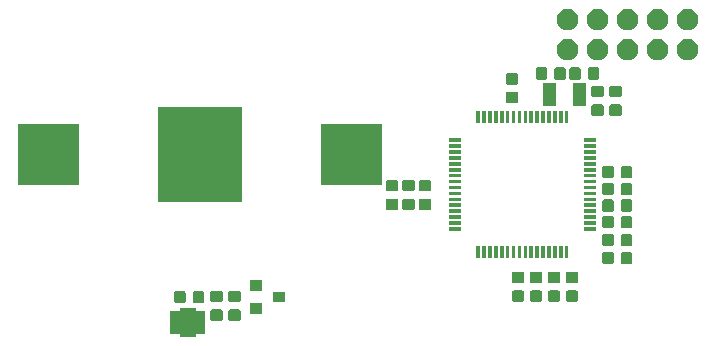
<source format=gbr>
G04 #@! TF.GenerationSoftware,KiCad,Pcbnew,5.0.2+dfsg1-1~bpo9+1*
G04 #@! TF.CreationDate,2019-04-13T12:23:51+03:00*
G04 #@! TF.ProjectId,kicad,6b696361-642e-46b6-9963-61645f706362,rev?*
G04 #@! TF.SameCoordinates,Original*
G04 #@! TF.FileFunction,Soldermask,Bot*
G04 #@! TF.FilePolarity,Negative*
%FSLAX46Y46*%
G04 Gerber Fmt 4.6, Leading zero omitted, Abs format (unit mm)*
G04 Created by KiCad (PCBNEW 5.0.2+dfsg1-1~bpo9+1) date Sat 13 Apr 2019 12:23:51 PM MSK*
%MOMM*%
%LPD*%
G01*
G04 APERTURE LIST*
%ADD10C,0.100000*%
G04 APERTURE END LIST*
D10*
G36*
X144907000Y-106807000D02*
X146685000Y-106807000D01*
X146685000Y-108077000D01*
X144907000Y-108077000D01*
X144907000Y-106807000D01*
G37*
G36*
X146484800Y-106401200D02*
X146486529Y-106418758D01*
X146491651Y-106435642D01*
X146499968Y-106451201D01*
X146511160Y-106464840D01*
X146524799Y-106476032D01*
X146540358Y-106484349D01*
X146557242Y-106489471D01*
X146574800Y-106491200D01*
X147274800Y-106491200D01*
X147274800Y-108392000D01*
X146574800Y-108392000D01*
X146557242Y-108393729D01*
X146540358Y-108398851D01*
X146524799Y-108407168D01*
X146511160Y-108418360D01*
X146499968Y-108431999D01*
X146491651Y-108447558D01*
X146486529Y-108464442D01*
X146484800Y-108482000D01*
X146484800Y-108682000D01*
X145084000Y-108682000D01*
X145084000Y-108482000D01*
X145082271Y-108464442D01*
X145077149Y-108447558D01*
X145068832Y-108431999D01*
X145057640Y-108418360D01*
X145044001Y-108407168D01*
X145028442Y-108398851D01*
X145011558Y-108393729D01*
X144994000Y-108392000D01*
X144294000Y-108392000D01*
X144294000Y-106922000D01*
X144924800Y-106922000D01*
X144924800Y-107961200D01*
X144926529Y-107978758D01*
X144931651Y-107995642D01*
X144939968Y-108011201D01*
X144951160Y-108024840D01*
X144964799Y-108036032D01*
X144980358Y-108044349D01*
X144997242Y-108049471D01*
X145014800Y-108051200D01*
X146554000Y-108051200D01*
X146571558Y-108049471D01*
X146588442Y-108044349D01*
X146604001Y-108036032D01*
X146617640Y-108024840D01*
X146628832Y-108011201D01*
X146637149Y-107995642D01*
X146642271Y-107978758D01*
X146644000Y-107961200D01*
X146644000Y-106922000D01*
X146642271Y-106904442D01*
X146637149Y-106887558D01*
X146628832Y-106871999D01*
X146617640Y-106858360D01*
X146604001Y-106847168D01*
X146588442Y-106838851D01*
X146571558Y-106833729D01*
X146554000Y-106832000D01*
X145014800Y-106832000D01*
X144997242Y-106833729D01*
X144980358Y-106838851D01*
X144964799Y-106847168D01*
X144951160Y-106858360D01*
X144939968Y-106871999D01*
X144931651Y-106887558D01*
X144926529Y-106904442D01*
X144924800Y-106922000D01*
X144294000Y-106922000D01*
X144294000Y-106491200D01*
X144994000Y-106491200D01*
X145011558Y-106489471D01*
X145028442Y-106484349D01*
X145044001Y-106476032D01*
X145057640Y-106464840D01*
X145068832Y-106451201D01*
X145077149Y-106435642D01*
X145082271Y-106418758D01*
X145084000Y-106401200D01*
X145084000Y-106201200D01*
X146484800Y-106201200D01*
X146484800Y-106401200D01*
X146484800Y-106401200D01*
G37*
G36*
X148574418Y-106322954D02*
X148611696Y-106334262D01*
X148646050Y-106352625D01*
X148676163Y-106377337D01*
X148700875Y-106407450D01*
X148719238Y-106441804D01*
X148730546Y-106479082D01*
X148734800Y-106522276D01*
X148734800Y-107091724D01*
X148730546Y-107134918D01*
X148719238Y-107172196D01*
X148700875Y-107206550D01*
X148676163Y-107236663D01*
X148646050Y-107261375D01*
X148611696Y-107279738D01*
X148574418Y-107291046D01*
X148531224Y-107295300D01*
X147886776Y-107295300D01*
X147843582Y-107291046D01*
X147806304Y-107279738D01*
X147771950Y-107261375D01*
X147741837Y-107236663D01*
X147717125Y-107206550D01*
X147698762Y-107172196D01*
X147687454Y-107134918D01*
X147683200Y-107091724D01*
X147683200Y-106522276D01*
X147687454Y-106479082D01*
X147698762Y-106441804D01*
X147717125Y-106407450D01*
X147741837Y-106377337D01*
X147771950Y-106352625D01*
X147806304Y-106334262D01*
X147843582Y-106322954D01*
X147886776Y-106318700D01*
X148531224Y-106318700D01*
X148574418Y-106322954D01*
X148574418Y-106322954D01*
G37*
G36*
X150098418Y-106322954D02*
X150135696Y-106334262D01*
X150170050Y-106352625D01*
X150200163Y-106377337D01*
X150224875Y-106407450D01*
X150243238Y-106441804D01*
X150254546Y-106479082D01*
X150258800Y-106522276D01*
X150258800Y-107091724D01*
X150254546Y-107134918D01*
X150243238Y-107172196D01*
X150224875Y-107206550D01*
X150200163Y-107236663D01*
X150170050Y-107261375D01*
X150135696Y-107279738D01*
X150098418Y-107291046D01*
X150055224Y-107295300D01*
X149410776Y-107295300D01*
X149367582Y-107291046D01*
X149330304Y-107279738D01*
X149295950Y-107261375D01*
X149265837Y-107236663D01*
X149241125Y-107206550D01*
X149222762Y-107172196D01*
X149211454Y-107134918D01*
X149207200Y-107091724D01*
X149207200Y-106522276D01*
X149211454Y-106479082D01*
X149222762Y-106441804D01*
X149241125Y-106407450D01*
X149265837Y-106377337D01*
X149295950Y-106352625D01*
X149330304Y-106334262D01*
X149367582Y-106322954D01*
X149410776Y-106318700D01*
X150055224Y-106318700D01*
X150098418Y-106322954D01*
X150098418Y-106322954D01*
G37*
G36*
X152027800Y-106683800D02*
X151026200Y-106683800D01*
X151026200Y-105782200D01*
X152027800Y-105782200D01*
X152027800Y-106683800D01*
X152027800Y-106683800D01*
G37*
G36*
X147012918Y-104761454D02*
X147050196Y-104772762D01*
X147084550Y-104791125D01*
X147114663Y-104815837D01*
X147139375Y-104845950D01*
X147157738Y-104880304D01*
X147169046Y-104917582D01*
X147173300Y-104960776D01*
X147173300Y-105605224D01*
X147169046Y-105648418D01*
X147157738Y-105685696D01*
X147139375Y-105720050D01*
X147114663Y-105750163D01*
X147084550Y-105774875D01*
X147050196Y-105793238D01*
X147012918Y-105804546D01*
X146969724Y-105808800D01*
X146400276Y-105808800D01*
X146357082Y-105804546D01*
X146319804Y-105793238D01*
X146285450Y-105774875D01*
X146255337Y-105750163D01*
X146230625Y-105720050D01*
X146212262Y-105685696D01*
X146200954Y-105648418D01*
X146196700Y-105605224D01*
X146196700Y-104960776D01*
X146200954Y-104917582D01*
X146212262Y-104880304D01*
X146230625Y-104845950D01*
X146255337Y-104815837D01*
X146285450Y-104791125D01*
X146319804Y-104772762D01*
X146357082Y-104761454D01*
X146400276Y-104757200D01*
X146969724Y-104757200D01*
X147012918Y-104761454D01*
X147012918Y-104761454D01*
G37*
G36*
X145437918Y-104761454D02*
X145475196Y-104772762D01*
X145509550Y-104791125D01*
X145539663Y-104815837D01*
X145564375Y-104845950D01*
X145582738Y-104880304D01*
X145594046Y-104917582D01*
X145598300Y-104960776D01*
X145598300Y-105605224D01*
X145594046Y-105648418D01*
X145582738Y-105685696D01*
X145564375Y-105720050D01*
X145539663Y-105750163D01*
X145509550Y-105774875D01*
X145475196Y-105793238D01*
X145437918Y-105804546D01*
X145394724Y-105808800D01*
X144825276Y-105808800D01*
X144782082Y-105804546D01*
X144744804Y-105793238D01*
X144710450Y-105774875D01*
X144680337Y-105750163D01*
X144655625Y-105720050D01*
X144637262Y-105685696D01*
X144625954Y-105648418D01*
X144621700Y-105605224D01*
X144621700Y-104960776D01*
X144625954Y-104917582D01*
X144637262Y-104880304D01*
X144655625Y-104845950D01*
X144680337Y-104815837D01*
X144710450Y-104791125D01*
X144744804Y-104772762D01*
X144782082Y-104761454D01*
X144825276Y-104757200D01*
X145394724Y-104757200D01*
X145437918Y-104761454D01*
X145437918Y-104761454D01*
G37*
G36*
X154027800Y-105733800D02*
X153026200Y-105733800D01*
X153026200Y-104832200D01*
X154027800Y-104832200D01*
X154027800Y-105733800D01*
X154027800Y-105733800D01*
G37*
G36*
X150098418Y-104747954D02*
X150135696Y-104759262D01*
X150170050Y-104777625D01*
X150200163Y-104802337D01*
X150224875Y-104832450D01*
X150243238Y-104866804D01*
X150254546Y-104904082D01*
X150258800Y-104947276D01*
X150258800Y-105516724D01*
X150254546Y-105559918D01*
X150243238Y-105597196D01*
X150224875Y-105631550D01*
X150200163Y-105661663D01*
X150170050Y-105686375D01*
X150135696Y-105704738D01*
X150098418Y-105716046D01*
X150055224Y-105720300D01*
X149410776Y-105720300D01*
X149367582Y-105716046D01*
X149330304Y-105704738D01*
X149295950Y-105686375D01*
X149265837Y-105661663D01*
X149241125Y-105631550D01*
X149222762Y-105597196D01*
X149211454Y-105559918D01*
X149207200Y-105516724D01*
X149207200Y-104947276D01*
X149211454Y-104904082D01*
X149222762Y-104866804D01*
X149241125Y-104832450D01*
X149265837Y-104802337D01*
X149295950Y-104777625D01*
X149330304Y-104759262D01*
X149367582Y-104747954D01*
X149410776Y-104743700D01*
X150055224Y-104743700D01*
X150098418Y-104747954D01*
X150098418Y-104747954D01*
G37*
G36*
X148574418Y-104747954D02*
X148611696Y-104759262D01*
X148646050Y-104777625D01*
X148676163Y-104802337D01*
X148700875Y-104832450D01*
X148719238Y-104866804D01*
X148730546Y-104904082D01*
X148734800Y-104947276D01*
X148734800Y-105516724D01*
X148730546Y-105559918D01*
X148719238Y-105597196D01*
X148700875Y-105631550D01*
X148676163Y-105661663D01*
X148646050Y-105686375D01*
X148611696Y-105704738D01*
X148574418Y-105716046D01*
X148531224Y-105720300D01*
X147886776Y-105720300D01*
X147843582Y-105716046D01*
X147806304Y-105704738D01*
X147771950Y-105686375D01*
X147741837Y-105661663D01*
X147717125Y-105631550D01*
X147698762Y-105597196D01*
X147687454Y-105559918D01*
X147683200Y-105516724D01*
X147683200Y-104947276D01*
X147687454Y-104904082D01*
X147698762Y-104866804D01*
X147717125Y-104832450D01*
X147741837Y-104802337D01*
X147771950Y-104777625D01*
X147806304Y-104759262D01*
X147843582Y-104747954D01*
X147886776Y-104743700D01*
X148531224Y-104743700D01*
X148574418Y-104747954D01*
X148574418Y-104747954D01*
G37*
G36*
X174101418Y-104722954D02*
X174138696Y-104734262D01*
X174173050Y-104752625D01*
X174203163Y-104777337D01*
X174227875Y-104807450D01*
X174246238Y-104841804D01*
X174257546Y-104879082D01*
X174261800Y-104922276D01*
X174261800Y-105491724D01*
X174257546Y-105534918D01*
X174246238Y-105572196D01*
X174227875Y-105606550D01*
X174203163Y-105636663D01*
X174173050Y-105661375D01*
X174138696Y-105679738D01*
X174101418Y-105691046D01*
X174058224Y-105695300D01*
X173413776Y-105695300D01*
X173370582Y-105691046D01*
X173333304Y-105679738D01*
X173298950Y-105661375D01*
X173268837Y-105636663D01*
X173244125Y-105606550D01*
X173225762Y-105572196D01*
X173214454Y-105534918D01*
X173210200Y-105491724D01*
X173210200Y-104922276D01*
X173214454Y-104879082D01*
X173225762Y-104841804D01*
X173244125Y-104807450D01*
X173268837Y-104777337D01*
X173298950Y-104752625D01*
X173333304Y-104734262D01*
X173370582Y-104722954D01*
X173413776Y-104718700D01*
X174058224Y-104718700D01*
X174101418Y-104722954D01*
X174101418Y-104722954D01*
G37*
G36*
X175625418Y-104722954D02*
X175662696Y-104734262D01*
X175697050Y-104752625D01*
X175727163Y-104777337D01*
X175751875Y-104807450D01*
X175770238Y-104841804D01*
X175781546Y-104879082D01*
X175785800Y-104922276D01*
X175785800Y-105491724D01*
X175781546Y-105534918D01*
X175770238Y-105572196D01*
X175751875Y-105606550D01*
X175727163Y-105636663D01*
X175697050Y-105661375D01*
X175662696Y-105679738D01*
X175625418Y-105691046D01*
X175582224Y-105695300D01*
X174937776Y-105695300D01*
X174894582Y-105691046D01*
X174857304Y-105679738D01*
X174822950Y-105661375D01*
X174792837Y-105636663D01*
X174768125Y-105606550D01*
X174749762Y-105572196D01*
X174738454Y-105534918D01*
X174734200Y-105491724D01*
X174734200Y-104922276D01*
X174738454Y-104879082D01*
X174749762Y-104841804D01*
X174768125Y-104807450D01*
X174792837Y-104777337D01*
X174822950Y-104752625D01*
X174857304Y-104734262D01*
X174894582Y-104722954D01*
X174937776Y-104718700D01*
X175582224Y-104718700D01*
X175625418Y-104722954D01*
X175625418Y-104722954D01*
G37*
G36*
X177149418Y-104722954D02*
X177186696Y-104734262D01*
X177221050Y-104752625D01*
X177251163Y-104777337D01*
X177275875Y-104807450D01*
X177294238Y-104841804D01*
X177305546Y-104879082D01*
X177309800Y-104922276D01*
X177309800Y-105491724D01*
X177305546Y-105534918D01*
X177294238Y-105572196D01*
X177275875Y-105606550D01*
X177251163Y-105636663D01*
X177221050Y-105661375D01*
X177186696Y-105679738D01*
X177149418Y-105691046D01*
X177106224Y-105695300D01*
X176461776Y-105695300D01*
X176418582Y-105691046D01*
X176381304Y-105679738D01*
X176346950Y-105661375D01*
X176316837Y-105636663D01*
X176292125Y-105606550D01*
X176273762Y-105572196D01*
X176262454Y-105534918D01*
X176258200Y-105491724D01*
X176258200Y-104922276D01*
X176262454Y-104879082D01*
X176273762Y-104841804D01*
X176292125Y-104807450D01*
X176316837Y-104777337D01*
X176346950Y-104752625D01*
X176381304Y-104734262D01*
X176418582Y-104722954D01*
X176461776Y-104718700D01*
X177106224Y-104718700D01*
X177149418Y-104722954D01*
X177149418Y-104722954D01*
G37*
G36*
X178673418Y-104722954D02*
X178710696Y-104734262D01*
X178745050Y-104752625D01*
X178775163Y-104777337D01*
X178799875Y-104807450D01*
X178818238Y-104841804D01*
X178829546Y-104879082D01*
X178833800Y-104922276D01*
X178833800Y-105491724D01*
X178829546Y-105534918D01*
X178818238Y-105572196D01*
X178799875Y-105606550D01*
X178775163Y-105636663D01*
X178745050Y-105661375D01*
X178710696Y-105679738D01*
X178673418Y-105691046D01*
X178630224Y-105695300D01*
X177985776Y-105695300D01*
X177942582Y-105691046D01*
X177905304Y-105679738D01*
X177870950Y-105661375D01*
X177840837Y-105636663D01*
X177816125Y-105606550D01*
X177797762Y-105572196D01*
X177786454Y-105534918D01*
X177782200Y-105491724D01*
X177782200Y-104922276D01*
X177786454Y-104879082D01*
X177797762Y-104841804D01*
X177816125Y-104807450D01*
X177840837Y-104777337D01*
X177870950Y-104752625D01*
X177905304Y-104734262D01*
X177942582Y-104722954D01*
X177985776Y-104718700D01*
X178630224Y-104718700D01*
X178673418Y-104722954D01*
X178673418Y-104722954D01*
G37*
G36*
X152027800Y-104783800D02*
X151026200Y-104783800D01*
X151026200Y-103882200D01*
X152027800Y-103882200D01*
X152027800Y-104783800D01*
X152027800Y-104783800D01*
G37*
G36*
X178673418Y-103147954D02*
X178710696Y-103159262D01*
X178745050Y-103177625D01*
X178775163Y-103202337D01*
X178799875Y-103232450D01*
X178818238Y-103266804D01*
X178829546Y-103304082D01*
X178833800Y-103347276D01*
X178833800Y-103916724D01*
X178829546Y-103959918D01*
X178818238Y-103997196D01*
X178799875Y-104031550D01*
X178775163Y-104061663D01*
X178745050Y-104086375D01*
X178710696Y-104104738D01*
X178673418Y-104116046D01*
X178630224Y-104120300D01*
X177985776Y-104120300D01*
X177942582Y-104116046D01*
X177905304Y-104104738D01*
X177870950Y-104086375D01*
X177840837Y-104061663D01*
X177816125Y-104031550D01*
X177797762Y-103997196D01*
X177786454Y-103959918D01*
X177782200Y-103916724D01*
X177782200Y-103347276D01*
X177786454Y-103304082D01*
X177797762Y-103266804D01*
X177816125Y-103232450D01*
X177840837Y-103202337D01*
X177870950Y-103177625D01*
X177905304Y-103159262D01*
X177942582Y-103147954D01*
X177985776Y-103143700D01*
X178630224Y-103143700D01*
X178673418Y-103147954D01*
X178673418Y-103147954D01*
G37*
G36*
X177149418Y-103147954D02*
X177186696Y-103159262D01*
X177221050Y-103177625D01*
X177251163Y-103202337D01*
X177275875Y-103232450D01*
X177294238Y-103266804D01*
X177305546Y-103304082D01*
X177309800Y-103347276D01*
X177309800Y-103916724D01*
X177305546Y-103959918D01*
X177294238Y-103997196D01*
X177275875Y-104031550D01*
X177251163Y-104061663D01*
X177221050Y-104086375D01*
X177186696Y-104104738D01*
X177149418Y-104116046D01*
X177106224Y-104120300D01*
X176461776Y-104120300D01*
X176418582Y-104116046D01*
X176381304Y-104104738D01*
X176346950Y-104086375D01*
X176316837Y-104061663D01*
X176292125Y-104031550D01*
X176273762Y-103997196D01*
X176262454Y-103959918D01*
X176258200Y-103916724D01*
X176258200Y-103347276D01*
X176262454Y-103304082D01*
X176273762Y-103266804D01*
X176292125Y-103232450D01*
X176316837Y-103202337D01*
X176346950Y-103177625D01*
X176381304Y-103159262D01*
X176418582Y-103147954D01*
X176461776Y-103143700D01*
X177106224Y-103143700D01*
X177149418Y-103147954D01*
X177149418Y-103147954D01*
G37*
G36*
X175625418Y-103147954D02*
X175662696Y-103159262D01*
X175697050Y-103177625D01*
X175727163Y-103202337D01*
X175751875Y-103232450D01*
X175770238Y-103266804D01*
X175781546Y-103304082D01*
X175785800Y-103347276D01*
X175785800Y-103916724D01*
X175781546Y-103959918D01*
X175770238Y-103997196D01*
X175751875Y-104031550D01*
X175727163Y-104061663D01*
X175697050Y-104086375D01*
X175662696Y-104104738D01*
X175625418Y-104116046D01*
X175582224Y-104120300D01*
X174937776Y-104120300D01*
X174894582Y-104116046D01*
X174857304Y-104104738D01*
X174822950Y-104086375D01*
X174792837Y-104061663D01*
X174768125Y-104031550D01*
X174749762Y-103997196D01*
X174738454Y-103959918D01*
X174734200Y-103916724D01*
X174734200Y-103347276D01*
X174738454Y-103304082D01*
X174749762Y-103266804D01*
X174768125Y-103232450D01*
X174792837Y-103202337D01*
X174822950Y-103177625D01*
X174857304Y-103159262D01*
X174894582Y-103147954D01*
X174937776Y-103143700D01*
X175582224Y-103143700D01*
X175625418Y-103147954D01*
X175625418Y-103147954D01*
G37*
G36*
X174101418Y-103147954D02*
X174138696Y-103159262D01*
X174173050Y-103177625D01*
X174203163Y-103202337D01*
X174227875Y-103232450D01*
X174246238Y-103266804D01*
X174257546Y-103304082D01*
X174261800Y-103347276D01*
X174261800Y-103916724D01*
X174257546Y-103959918D01*
X174246238Y-103997196D01*
X174227875Y-104031550D01*
X174203163Y-104061663D01*
X174173050Y-104086375D01*
X174138696Y-104104738D01*
X174101418Y-104116046D01*
X174058224Y-104120300D01*
X173413776Y-104120300D01*
X173370582Y-104116046D01*
X173333304Y-104104738D01*
X173298950Y-104086375D01*
X173268837Y-104061663D01*
X173244125Y-104031550D01*
X173225762Y-103997196D01*
X173214454Y-103959918D01*
X173210200Y-103916724D01*
X173210200Y-103347276D01*
X173214454Y-103304082D01*
X173225762Y-103266804D01*
X173244125Y-103232450D01*
X173268837Y-103202337D01*
X173298950Y-103177625D01*
X173333304Y-103159262D01*
X173370582Y-103147954D01*
X173413776Y-103143700D01*
X174058224Y-103143700D01*
X174101418Y-103147954D01*
X174101418Y-103147954D01*
G37*
G36*
X181683918Y-101459454D02*
X181721196Y-101470762D01*
X181755550Y-101489125D01*
X181785663Y-101513837D01*
X181810375Y-101543950D01*
X181828738Y-101578304D01*
X181840046Y-101615582D01*
X181844300Y-101658776D01*
X181844300Y-102303224D01*
X181840046Y-102346418D01*
X181828738Y-102383696D01*
X181810375Y-102418050D01*
X181785663Y-102448163D01*
X181755550Y-102472875D01*
X181721196Y-102491238D01*
X181683918Y-102502546D01*
X181640724Y-102506800D01*
X181071276Y-102506800D01*
X181028082Y-102502546D01*
X180990804Y-102491238D01*
X180956450Y-102472875D01*
X180926337Y-102448163D01*
X180901625Y-102418050D01*
X180883262Y-102383696D01*
X180871954Y-102346418D01*
X180867700Y-102303224D01*
X180867700Y-101658776D01*
X180871954Y-101615582D01*
X180883262Y-101578304D01*
X180901625Y-101543950D01*
X180926337Y-101513837D01*
X180956450Y-101489125D01*
X180990804Y-101470762D01*
X181028082Y-101459454D01*
X181071276Y-101455200D01*
X181640724Y-101455200D01*
X181683918Y-101459454D01*
X181683918Y-101459454D01*
G37*
G36*
X183258918Y-101459454D02*
X183296196Y-101470762D01*
X183330550Y-101489125D01*
X183360663Y-101513837D01*
X183385375Y-101543950D01*
X183403738Y-101578304D01*
X183415046Y-101615582D01*
X183419300Y-101658776D01*
X183419300Y-102303224D01*
X183415046Y-102346418D01*
X183403738Y-102383696D01*
X183385375Y-102418050D01*
X183360663Y-102448163D01*
X183330550Y-102472875D01*
X183296196Y-102491238D01*
X183258918Y-102502546D01*
X183215724Y-102506800D01*
X182646276Y-102506800D01*
X182603082Y-102502546D01*
X182565804Y-102491238D01*
X182531450Y-102472875D01*
X182501337Y-102448163D01*
X182476625Y-102418050D01*
X182458262Y-102383696D01*
X182446954Y-102346418D01*
X182442700Y-102303224D01*
X182442700Y-101658776D01*
X182446954Y-101615582D01*
X182458262Y-101578304D01*
X182476625Y-101543950D01*
X182501337Y-101513837D01*
X182531450Y-101489125D01*
X182565804Y-101470762D01*
X182603082Y-101459454D01*
X182646276Y-101455200D01*
X183215724Y-101455200D01*
X183258918Y-101459454D01*
X183258918Y-101459454D01*
G37*
G36*
X173007480Y-101982960D02*
X172706680Y-101982960D01*
X172706680Y-100932160D01*
X173007480Y-100932160D01*
X173007480Y-101982960D01*
X173007480Y-101982960D01*
G37*
G36*
X175007480Y-101982960D02*
X174706680Y-101982960D01*
X174706680Y-100932160D01*
X175007480Y-100932160D01*
X175007480Y-101982960D01*
X175007480Y-101982960D01*
G37*
G36*
X174507480Y-101982960D02*
X174206680Y-101982960D01*
X174206680Y-100932160D01*
X174507480Y-100932160D01*
X174507480Y-101982960D01*
X174507480Y-101982960D01*
G37*
G36*
X174007480Y-101982960D02*
X173706680Y-101982960D01*
X173706680Y-100932160D01*
X174007480Y-100932160D01*
X174007480Y-101982960D01*
X174007480Y-101982960D01*
G37*
G36*
X173507480Y-101982960D02*
X173206680Y-101982960D01*
X173206680Y-100932160D01*
X173507480Y-100932160D01*
X173507480Y-101982960D01*
X173507480Y-101982960D01*
G37*
G36*
X172507480Y-101982960D02*
X172206680Y-101982960D01*
X172206680Y-100932160D01*
X172507480Y-100932160D01*
X172507480Y-101982960D01*
X172507480Y-101982960D01*
G37*
G36*
X172007480Y-101982960D02*
X171706680Y-101982960D01*
X171706680Y-100932160D01*
X172007480Y-100932160D01*
X172007480Y-101982960D01*
X172007480Y-101982960D01*
G37*
G36*
X171507480Y-101982960D02*
X171206680Y-101982960D01*
X171206680Y-100932160D01*
X171507480Y-100932160D01*
X171507480Y-101982960D01*
X171507480Y-101982960D01*
G37*
G36*
X176507480Y-101982960D02*
X176206680Y-101982960D01*
X176206680Y-100932160D01*
X176507480Y-100932160D01*
X176507480Y-101982960D01*
X176507480Y-101982960D01*
G37*
G36*
X176007480Y-101982960D02*
X175706680Y-101982960D01*
X175706680Y-100932160D01*
X176007480Y-100932160D01*
X176007480Y-101982960D01*
X176007480Y-101982960D01*
G37*
G36*
X175507480Y-101982960D02*
X175206680Y-101982960D01*
X175206680Y-100932160D01*
X175507480Y-100932160D01*
X175507480Y-101982960D01*
X175507480Y-101982960D01*
G37*
G36*
X178007480Y-101982960D02*
X177706680Y-101982960D01*
X177706680Y-100932160D01*
X178007480Y-100932160D01*
X178007480Y-101982960D01*
X178007480Y-101982960D01*
G37*
G36*
X177507480Y-101982960D02*
X177206680Y-101982960D01*
X177206680Y-100932160D01*
X177507480Y-100932160D01*
X177507480Y-101982960D01*
X177507480Y-101982960D01*
G37*
G36*
X177007480Y-101982960D02*
X176706680Y-101982960D01*
X176706680Y-100932160D01*
X177007480Y-100932160D01*
X177007480Y-101982960D01*
X177007480Y-101982960D01*
G37*
G36*
X170507480Y-101982960D02*
X170206680Y-101982960D01*
X170206680Y-100932160D01*
X170507480Y-100932160D01*
X170507480Y-101982960D01*
X170507480Y-101982960D01*
G37*
G36*
X171007480Y-101982960D02*
X170706680Y-101982960D01*
X170706680Y-100932160D01*
X171007480Y-100932160D01*
X171007480Y-101982960D01*
X171007480Y-101982960D01*
G37*
G36*
X183258918Y-99935454D02*
X183296196Y-99946762D01*
X183330550Y-99965125D01*
X183360663Y-99989837D01*
X183385375Y-100019950D01*
X183403738Y-100054304D01*
X183415046Y-100091582D01*
X183419300Y-100134776D01*
X183419300Y-100779224D01*
X183415046Y-100822418D01*
X183403738Y-100859696D01*
X183385375Y-100894050D01*
X183360663Y-100924163D01*
X183330550Y-100948875D01*
X183296196Y-100967238D01*
X183258918Y-100978546D01*
X183215724Y-100982800D01*
X182646276Y-100982800D01*
X182603082Y-100978546D01*
X182565804Y-100967238D01*
X182531450Y-100948875D01*
X182501337Y-100924163D01*
X182476625Y-100894050D01*
X182458262Y-100859696D01*
X182446954Y-100822418D01*
X182442700Y-100779224D01*
X182442700Y-100134776D01*
X182446954Y-100091582D01*
X182458262Y-100054304D01*
X182476625Y-100019950D01*
X182501337Y-99989837D01*
X182531450Y-99965125D01*
X182565804Y-99946762D01*
X182603082Y-99935454D01*
X182646276Y-99931200D01*
X183215724Y-99931200D01*
X183258918Y-99935454D01*
X183258918Y-99935454D01*
G37*
G36*
X181683918Y-99935454D02*
X181721196Y-99946762D01*
X181755550Y-99965125D01*
X181785663Y-99989837D01*
X181810375Y-100019950D01*
X181828738Y-100054304D01*
X181840046Y-100091582D01*
X181844300Y-100134776D01*
X181844300Y-100779224D01*
X181840046Y-100822418D01*
X181828738Y-100859696D01*
X181810375Y-100894050D01*
X181785663Y-100924163D01*
X181755550Y-100948875D01*
X181721196Y-100967238D01*
X181683918Y-100978546D01*
X181640724Y-100982800D01*
X181071276Y-100982800D01*
X181028082Y-100978546D01*
X180990804Y-100967238D01*
X180956450Y-100948875D01*
X180926337Y-100924163D01*
X180901625Y-100894050D01*
X180883262Y-100859696D01*
X180871954Y-100822418D01*
X180867700Y-100779224D01*
X180867700Y-100134776D01*
X180871954Y-100091582D01*
X180883262Y-100054304D01*
X180901625Y-100019950D01*
X180926337Y-99989837D01*
X180956450Y-99965125D01*
X180990804Y-99946762D01*
X181028082Y-99935454D01*
X181071276Y-99931200D01*
X181640724Y-99931200D01*
X181683918Y-99935454D01*
X181683918Y-99935454D01*
G37*
G36*
X180332480Y-99657960D02*
X179281680Y-99657960D01*
X179281680Y-99357160D01*
X180332480Y-99357160D01*
X180332480Y-99657960D01*
X180332480Y-99657960D01*
G37*
G36*
X168932480Y-99657960D02*
X167881680Y-99657960D01*
X167881680Y-99357160D01*
X168932480Y-99357160D01*
X168932480Y-99657960D01*
X168932480Y-99657960D01*
G37*
G36*
X183258918Y-98411454D02*
X183296196Y-98422762D01*
X183330550Y-98441125D01*
X183360663Y-98465837D01*
X183385375Y-98495950D01*
X183403738Y-98530304D01*
X183415046Y-98567582D01*
X183419300Y-98610776D01*
X183419300Y-99255224D01*
X183415046Y-99298418D01*
X183403738Y-99335696D01*
X183385375Y-99370050D01*
X183360663Y-99400163D01*
X183330550Y-99424875D01*
X183296196Y-99443238D01*
X183258918Y-99454546D01*
X183215724Y-99458800D01*
X182646276Y-99458800D01*
X182603082Y-99454546D01*
X182565804Y-99443238D01*
X182531450Y-99424875D01*
X182501337Y-99400163D01*
X182476625Y-99370050D01*
X182458262Y-99335696D01*
X182446954Y-99298418D01*
X182442700Y-99255224D01*
X182442700Y-98610776D01*
X182446954Y-98567582D01*
X182458262Y-98530304D01*
X182476625Y-98495950D01*
X182501337Y-98465837D01*
X182531450Y-98441125D01*
X182565804Y-98422762D01*
X182603082Y-98411454D01*
X182646276Y-98407200D01*
X183215724Y-98407200D01*
X183258918Y-98411454D01*
X183258918Y-98411454D01*
G37*
G36*
X181683918Y-98411454D02*
X181721196Y-98422762D01*
X181755550Y-98441125D01*
X181785663Y-98465837D01*
X181810375Y-98495950D01*
X181828738Y-98530304D01*
X181840046Y-98567582D01*
X181844300Y-98610776D01*
X181844300Y-99255224D01*
X181840046Y-99298418D01*
X181828738Y-99335696D01*
X181810375Y-99370050D01*
X181785663Y-99400163D01*
X181755550Y-99424875D01*
X181721196Y-99443238D01*
X181683918Y-99454546D01*
X181640724Y-99458800D01*
X181071276Y-99458800D01*
X181028082Y-99454546D01*
X180990804Y-99443238D01*
X180956450Y-99424875D01*
X180926337Y-99400163D01*
X180901625Y-99370050D01*
X180883262Y-99335696D01*
X180871954Y-99298418D01*
X180867700Y-99255224D01*
X180867700Y-98610776D01*
X180871954Y-98567582D01*
X180883262Y-98530304D01*
X180901625Y-98495950D01*
X180926337Y-98465837D01*
X180956450Y-98441125D01*
X180990804Y-98422762D01*
X181028082Y-98411454D01*
X181071276Y-98407200D01*
X181640724Y-98407200D01*
X181683918Y-98411454D01*
X181683918Y-98411454D01*
G37*
G36*
X180332480Y-99157960D02*
X179281680Y-99157960D01*
X179281680Y-98857160D01*
X180332480Y-98857160D01*
X180332480Y-99157960D01*
X180332480Y-99157960D01*
G37*
G36*
X168932480Y-99157960D02*
X167881680Y-99157960D01*
X167881680Y-98857160D01*
X168932480Y-98857160D01*
X168932480Y-99157960D01*
X168932480Y-99157960D01*
G37*
G36*
X168932480Y-98657960D02*
X167881680Y-98657960D01*
X167881680Y-98357160D01*
X168932480Y-98357160D01*
X168932480Y-98657960D01*
X168932480Y-98657960D01*
G37*
G36*
X180332480Y-98657960D02*
X179281680Y-98657960D01*
X179281680Y-98357160D01*
X180332480Y-98357160D01*
X180332480Y-98657960D01*
X180332480Y-98657960D01*
G37*
G36*
X168932480Y-98157960D02*
X167881680Y-98157960D01*
X167881680Y-97857160D01*
X168932480Y-97857160D01*
X168932480Y-98157960D01*
X168932480Y-98157960D01*
G37*
G36*
X180332480Y-98157960D02*
X179281680Y-98157960D01*
X179281680Y-97857160D01*
X180332480Y-97857160D01*
X180332480Y-98157960D01*
X180332480Y-98157960D01*
G37*
G36*
X181683918Y-97014454D02*
X181721196Y-97025762D01*
X181755550Y-97044125D01*
X181785663Y-97068837D01*
X181810375Y-97098950D01*
X181828738Y-97133304D01*
X181840046Y-97170582D01*
X181844300Y-97213776D01*
X181844300Y-97858224D01*
X181840046Y-97901418D01*
X181828738Y-97938696D01*
X181810375Y-97973050D01*
X181785663Y-98003163D01*
X181755550Y-98027875D01*
X181721196Y-98046238D01*
X181683918Y-98057546D01*
X181640724Y-98061800D01*
X181071276Y-98061800D01*
X181028082Y-98057546D01*
X180990804Y-98046238D01*
X180956450Y-98027875D01*
X180926337Y-98003163D01*
X180901625Y-97973050D01*
X180883262Y-97938696D01*
X180871954Y-97901418D01*
X180867700Y-97858224D01*
X180867700Y-97213776D01*
X180871954Y-97170582D01*
X180883262Y-97133304D01*
X180901625Y-97098950D01*
X180926337Y-97068837D01*
X180956450Y-97044125D01*
X180990804Y-97025762D01*
X181028082Y-97014454D01*
X181071276Y-97010200D01*
X181640724Y-97010200D01*
X181683918Y-97014454D01*
X181683918Y-97014454D01*
G37*
G36*
X183258918Y-97014454D02*
X183296196Y-97025762D01*
X183330550Y-97044125D01*
X183360663Y-97068837D01*
X183385375Y-97098950D01*
X183403738Y-97133304D01*
X183415046Y-97170582D01*
X183419300Y-97213776D01*
X183419300Y-97858224D01*
X183415046Y-97901418D01*
X183403738Y-97938696D01*
X183385375Y-97973050D01*
X183360663Y-98003163D01*
X183330550Y-98027875D01*
X183296196Y-98046238D01*
X183258918Y-98057546D01*
X183215724Y-98061800D01*
X182646276Y-98061800D01*
X182603082Y-98057546D01*
X182565804Y-98046238D01*
X182531450Y-98027875D01*
X182501337Y-98003163D01*
X182476625Y-97973050D01*
X182458262Y-97938696D01*
X182446954Y-97901418D01*
X182442700Y-97858224D01*
X182442700Y-97213776D01*
X182446954Y-97170582D01*
X182458262Y-97133304D01*
X182476625Y-97098950D01*
X182501337Y-97068837D01*
X182531450Y-97044125D01*
X182565804Y-97025762D01*
X182603082Y-97014454D01*
X182646276Y-97010200D01*
X183215724Y-97010200D01*
X183258918Y-97014454D01*
X183258918Y-97014454D01*
G37*
G36*
X163433418Y-96950454D02*
X163470696Y-96961762D01*
X163505050Y-96980125D01*
X163535163Y-97004837D01*
X163559875Y-97034950D01*
X163578238Y-97069304D01*
X163589546Y-97106582D01*
X163593800Y-97149776D01*
X163593800Y-97719224D01*
X163589546Y-97762418D01*
X163578238Y-97799696D01*
X163559875Y-97834050D01*
X163535163Y-97864163D01*
X163505050Y-97888875D01*
X163470696Y-97907238D01*
X163433418Y-97918546D01*
X163390224Y-97922800D01*
X162745776Y-97922800D01*
X162702582Y-97918546D01*
X162665304Y-97907238D01*
X162630950Y-97888875D01*
X162600837Y-97864163D01*
X162576125Y-97834050D01*
X162557762Y-97799696D01*
X162546454Y-97762418D01*
X162542200Y-97719224D01*
X162542200Y-97149776D01*
X162546454Y-97106582D01*
X162557762Y-97069304D01*
X162576125Y-97034950D01*
X162600837Y-97004837D01*
X162630950Y-96980125D01*
X162665304Y-96961762D01*
X162702582Y-96950454D01*
X162745776Y-96946200D01*
X163390224Y-96946200D01*
X163433418Y-96950454D01*
X163433418Y-96950454D01*
G37*
G36*
X164830418Y-96950454D02*
X164867696Y-96961762D01*
X164902050Y-96980125D01*
X164932163Y-97004837D01*
X164956875Y-97034950D01*
X164975238Y-97069304D01*
X164986546Y-97106582D01*
X164990800Y-97149776D01*
X164990800Y-97719224D01*
X164986546Y-97762418D01*
X164975238Y-97799696D01*
X164956875Y-97834050D01*
X164932163Y-97864163D01*
X164902050Y-97888875D01*
X164867696Y-97907238D01*
X164830418Y-97918546D01*
X164787224Y-97922800D01*
X164142776Y-97922800D01*
X164099582Y-97918546D01*
X164062304Y-97907238D01*
X164027950Y-97888875D01*
X163997837Y-97864163D01*
X163973125Y-97834050D01*
X163954762Y-97799696D01*
X163943454Y-97762418D01*
X163939200Y-97719224D01*
X163939200Y-97149776D01*
X163943454Y-97106582D01*
X163954762Y-97069304D01*
X163973125Y-97034950D01*
X163997837Y-97004837D01*
X164027950Y-96980125D01*
X164062304Y-96961762D01*
X164099582Y-96950454D01*
X164142776Y-96946200D01*
X164787224Y-96946200D01*
X164830418Y-96950454D01*
X164830418Y-96950454D01*
G37*
G36*
X166227418Y-96950454D02*
X166264696Y-96961762D01*
X166299050Y-96980125D01*
X166329163Y-97004837D01*
X166353875Y-97034950D01*
X166372238Y-97069304D01*
X166383546Y-97106582D01*
X166387800Y-97149776D01*
X166387800Y-97719224D01*
X166383546Y-97762418D01*
X166372238Y-97799696D01*
X166353875Y-97834050D01*
X166329163Y-97864163D01*
X166299050Y-97888875D01*
X166264696Y-97907238D01*
X166227418Y-97918546D01*
X166184224Y-97922800D01*
X165539776Y-97922800D01*
X165496582Y-97918546D01*
X165459304Y-97907238D01*
X165424950Y-97888875D01*
X165394837Y-97864163D01*
X165370125Y-97834050D01*
X165351762Y-97799696D01*
X165340454Y-97762418D01*
X165336200Y-97719224D01*
X165336200Y-97149776D01*
X165340454Y-97106582D01*
X165351762Y-97069304D01*
X165370125Y-97034950D01*
X165394837Y-97004837D01*
X165424950Y-96980125D01*
X165459304Y-96961762D01*
X165496582Y-96950454D01*
X165539776Y-96946200D01*
X166184224Y-96946200D01*
X166227418Y-96950454D01*
X166227418Y-96950454D01*
G37*
G36*
X168932480Y-97657960D02*
X167881680Y-97657960D01*
X167881680Y-97357160D01*
X168932480Y-97357160D01*
X168932480Y-97657960D01*
X168932480Y-97657960D01*
G37*
G36*
X180332480Y-97657960D02*
X179281680Y-97657960D01*
X179281680Y-97357160D01*
X180332480Y-97357160D01*
X180332480Y-97657960D01*
X180332480Y-97657960D01*
G37*
G36*
X150362800Y-97268800D02*
X143261200Y-97268800D01*
X143261200Y-89167200D01*
X150362800Y-89167200D01*
X150362800Y-97268800D01*
X150362800Y-97268800D01*
G37*
G36*
X180332480Y-97157960D02*
X179281680Y-97157960D01*
X179281680Y-96857160D01*
X180332480Y-96857160D01*
X180332480Y-97157960D01*
X180332480Y-97157960D01*
G37*
G36*
X168932480Y-97157960D02*
X167881680Y-97157960D01*
X167881680Y-96857160D01*
X168932480Y-96857160D01*
X168932480Y-97157960D01*
X168932480Y-97157960D01*
G37*
G36*
X183258918Y-95617454D02*
X183296196Y-95628762D01*
X183330550Y-95647125D01*
X183360663Y-95671837D01*
X183385375Y-95701950D01*
X183403738Y-95736304D01*
X183415046Y-95773582D01*
X183419300Y-95816776D01*
X183419300Y-96461224D01*
X183415046Y-96504418D01*
X183403738Y-96541696D01*
X183385375Y-96576050D01*
X183360663Y-96606163D01*
X183330550Y-96630875D01*
X183296196Y-96649238D01*
X183258918Y-96660546D01*
X183215724Y-96664800D01*
X182646276Y-96664800D01*
X182603082Y-96660546D01*
X182565804Y-96649238D01*
X182531450Y-96630875D01*
X182501337Y-96606163D01*
X182476625Y-96576050D01*
X182458262Y-96541696D01*
X182446954Y-96504418D01*
X182442700Y-96461224D01*
X182442700Y-95816776D01*
X182446954Y-95773582D01*
X182458262Y-95736304D01*
X182476625Y-95701950D01*
X182501337Y-95671837D01*
X182531450Y-95647125D01*
X182565804Y-95628762D01*
X182603082Y-95617454D01*
X182646276Y-95613200D01*
X183215724Y-95613200D01*
X183258918Y-95617454D01*
X183258918Y-95617454D01*
G37*
G36*
X181683918Y-95617454D02*
X181721196Y-95628762D01*
X181755550Y-95647125D01*
X181785663Y-95671837D01*
X181810375Y-95701950D01*
X181828738Y-95736304D01*
X181840046Y-95773582D01*
X181844300Y-95816776D01*
X181844300Y-96461224D01*
X181840046Y-96504418D01*
X181828738Y-96541696D01*
X181810375Y-96576050D01*
X181785663Y-96606163D01*
X181755550Y-96630875D01*
X181721196Y-96649238D01*
X181683918Y-96660546D01*
X181640724Y-96664800D01*
X181071276Y-96664800D01*
X181028082Y-96660546D01*
X180990804Y-96649238D01*
X180956450Y-96630875D01*
X180926337Y-96606163D01*
X180901625Y-96576050D01*
X180883262Y-96541696D01*
X180871954Y-96504418D01*
X180867700Y-96461224D01*
X180867700Y-95816776D01*
X180871954Y-95773582D01*
X180883262Y-95736304D01*
X180901625Y-95701950D01*
X180926337Y-95671837D01*
X180956450Y-95647125D01*
X180990804Y-95628762D01*
X181028082Y-95617454D01*
X181071276Y-95613200D01*
X181640724Y-95613200D01*
X181683918Y-95617454D01*
X181683918Y-95617454D01*
G37*
G36*
X180332480Y-96657960D02*
X179281680Y-96657960D01*
X179281680Y-96357160D01*
X180332480Y-96357160D01*
X180332480Y-96657960D01*
X180332480Y-96657960D01*
G37*
G36*
X168932480Y-96657960D02*
X167881680Y-96657960D01*
X167881680Y-96357160D01*
X168932480Y-96357160D01*
X168932480Y-96657960D01*
X168932480Y-96657960D01*
G37*
G36*
X163433418Y-95375454D02*
X163470696Y-95386762D01*
X163505050Y-95405125D01*
X163535163Y-95429837D01*
X163559875Y-95459950D01*
X163578238Y-95494304D01*
X163589546Y-95531582D01*
X163593800Y-95574776D01*
X163593800Y-96144224D01*
X163589546Y-96187418D01*
X163578238Y-96224696D01*
X163559875Y-96259050D01*
X163535163Y-96289163D01*
X163505050Y-96313875D01*
X163470696Y-96332238D01*
X163433418Y-96343546D01*
X163390224Y-96347800D01*
X162745776Y-96347800D01*
X162702582Y-96343546D01*
X162665304Y-96332238D01*
X162630950Y-96313875D01*
X162600837Y-96289163D01*
X162576125Y-96259050D01*
X162557762Y-96224696D01*
X162546454Y-96187418D01*
X162542200Y-96144224D01*
X162542200Y-95574776D01*
X162546454Y-95531582D01*
X162557762Y-95494304D01*
X162576125Y-95459950D01*
X162600837Y-95429837D01*
X162630950Y-95405125D01*
X162665304Y-95386762D01*
X162702582Y-95375454D01*
X162745776Y-95371200D01*
X163390224Y-95371200D01*
X163433418Y-95375454D01*
X163433418Y-95375454D01*
G37*
G36*
X166227418Y-95375454D02*
X166264696Y-95386762D01*
X166299050Y-95405125D01*
X166329163Y-95429837D01*
X166353875Y-95459950D01*
X166372238Y-95494304D01*
X166383546Y-95531582D01*
X166387800Y-95574776D01*
X166387800Y-96144224D01*
X166383546Y-96187418D01*
X166372238Y-96224696D01*
X166353875Y-96259050D01*
X166329163Y-96289163D01*
X166299050Y-96313875D01*
X166264696Y-96332238D01*
X166227418Y-96343546D01*
X166184224Y-96347800D01*
X165539776Y-96347800D01*
X165496582Y-96343546D01*
X165459304Y-96332238D01*
X165424950Y-96313875D01*
X165394837Y-96289163D01*
X165370125Y-96259050D01*
X165351762Y-96224696D01*
X165340454Y-96187418D01*
X165336200Y-96144224D01*
X165336200Y-95574776D01*
X165340454Y-95531582D01*
X165351762Y-95494304D01*
X165370125Y-95459950D01*
X165394837Y-95429837D01*
X165424950Y-95405125D01*
X165459304Y-95386762D01*
X165496582Y-95375454D01*
X165539776Y-95371200D01*
X166184224Y-95371200D01*
X166227418Y-95375454D01*
X166227418Y-95375454D01*
G37*
G36*
X164830418Y-95375454D02*
X164867696Y-95386762D01*
X164902050Y-95405125D01*
X164932163Y-95429837D01*
X164956875Y-95459950D01*
X164975238Y-95494304D01*
X164986546Y-95531582D01*
X164990800Y-95574776D01*
X164990800Y-96144224D01*
X164986546Y-96187418D01*
X164975238Y-96224696D01*
X164956875Y-96259050D01*
X164932163Y-96289163D01*
X164902050Y-96313875D01*
X164867696Y-96332238D01*
X164830418Y-96343546D01*
X164787224Y-96347800D01*
X164142776Y-96347800D01*
X164099582Y-96343546D01*
X164062304Y-96332238D01*
X164027950Y-96313875D01*
X163997837Y-96289163D01*
X163973125Y-96259050D01*
X163954762Y-96224696D01*
X163943454Y-96187418D01*
X163939200Y-96144224D01*
X163939200Y-95574776D01*
X163943454Y-95531582D01*
X163954762Y-95494304D01*
X163973125Y-95459950D01*
X163997837Y-95429837D01*
X164027950Y-95405125D01*
X164062304Y-95386762D01*
X164099582Y-95375454D01*
X164142776Y-95371200D01*
X164787224Y-95371200D01*
X164830418Y-95375454D01*
X164830418Y-95375454D01*
G37*
G36*
X180332480Y-96157960D02*
X179281680Y-96157960D01*
X179281680Y-95857160D01*
X180332480Y-95857160D01*
X180332480Y-96157960D01*
X180332480Y-96157960D01*
G37*
G36*
X168932480Y-96157960D02*
X167881680Y-96157960D01*
X167881680Y-95857160D01*
X168932480Y-95857160D01*
X168932480Y-96157960D01*
X168932480Y-96157960D01*
G37*
G36*
X162252800Y-95808800D02*
X157071200Y-95808800D01*
X157071200Y-90627200D01*
X162252800Y-90627200D01*
X162252800Y-95808800D01*
X162252800Y-95808800D01*
G37*
G36*
X136552800Y-95808800D02*
X131371200Y-95808800D01*
X131371200Y-90627200D01*
X136552800Y-90627200D01*
X136552800Y-95808800D01*
X136552800Y-95808800D01*
G37*
G36*
X180332480Y-95657960D02*
X179281680Y-95657960D01*
X179281680Y-95357160D01*
X180332480Y-95357160D01*
X180332480Y-95657960D01*
X180332480Y-95657960D01*
G37*
G36*
X168932480Y-95657960D02*
X167881680Y-95657960D01*
X167881680Y-95357160D01*
X168932480Y-95357160D01*
X168932480Y-95657960D01*
X168932480Y-95657960D01*
G37*
G36*
X183258918Y-94182354D02*
X183296196Y-94193662D01*
X183330550Y-94212025D01*
X183360663Y-94236737D01*
X183385375Y-94266850D01*
X183403738Y-94301204D01*
X183415046Y-94338482D01*
X183419300Y-94381676D01*
X183419300Y-95026124D01*
X183415046Y-95069318D01*
X183403738Y-95106596D01*
X183385375Y-95140950D01*
X183360663Y-95171063D01*
X183330550Y-95195775D01*
X183296196Y-95214138D01*
X183258918Y-95225446D01*
X183215724Y-95229700D01*
X182646276Y-95229700D01*
X182603082Y-95225446D01*
X182565804Y-95214138D01*
X182531450Y-95195775D01*
X182501337Y-95171063D01*
X182476625Y-95140950D01*
X182458262Y-95106596D01*
X182446954Y-95069318D01*
X182442700Y-95026124D01*
X182442700Y-94381676D01*
X182446954Y-94338482D01*
X182458262Y-94301204D01*
X182476625Y-94266850D01*
X182501337Y-94236737D01*
X182531450Y-94212025D01*
X182565804Y-94193662D01*
X182603082Y-94182354D01*
X182646276Y-94178100D01*
X183215724Y-94178100D01*
X183258918Y-94182354D01*
X183258918Y-94182354D01*
G37*
G36*
X181683918Y-94182354D02*
X181721196Y-94193662D01*
X181755550Y-94212025D01*
X181785663Y-94236737D01*
X181810375Y-94266850D01*
X181828738Y-94301204D01*
X181840046Y-94338482D01*
X181844300Y-94381676D01*
X181844300Y-95026124D01*
X181840046Y-95069318D01*
X181828738Y-95106596D01*
X181810375Y-95140950D01*
X181785663Y-95171063D01*
X181755550Y-95195775D01*
X181721196Y-95214138D01*
X181683918Y-95225446D01*
X181640724Y-95229700D01*
X181071276Y-95229700D01*
X181028082Y-95225446D01*
X180990804Y-95214138D01*
X180956450Y-95195775D01*
X180926337Y-95171063D01*
X180901625Y-95140950D01*
X180883262Y-95106596D01*
X180871954Y-95069318D01*
X180867700Y-95026124D01*
X180867700Y-94381676D01*
X180871954Y-94338482D01*
X180883262Y-94301204D01*
X180901625Y-94266850D01*
X180926337Y-94236737D01*
X180956450Y-94212025D01*
X180990804Y-94193662D01*
X181028082Y-94182354D01*
X181071276Y-94178100D01*
X181640724Y-94178100D01*
X181683918Y-94182354D01*
X181683918Y-94182354D01*
G37*
G36*
X180332480Y-95157960D02*
X179281680Y-95157960D01*
X179281680Y-94857160D01*
X180332480Y-94857160D01*
X180332480Y-95157960D01*
X180332480Y-95157960D01*
G37*
G36*
X168932480Y-95157960D02*
X167881680Y-95157960D01*
X167881680Y-94857160D01*
X168932480Y-94857160D01*
X168932480Y-95157960D01*
X168932480Y-95157960D01*
G37*
G36*
X168932480Y-94657960D02*
X167881680Y-94657960D01*
X167881680Y-94357160D01*
X168932480Y-94357160D01*
X168932480Y-94657960D01*
X168932480Y-94657960D01*
G37*
G36*
X180332480Y-94657960D02*
X179281680Y-94657960D01*
X179281680Y-94357160D01*
X180332480Y-94357160D01*
X180332480Y-94657960D01*
X180332480Y-94657960D01*
G37*
G36*
X168932480Y-94157960D02*
X167881680Y-94157960D01*
X167881680Y-93857160D01*
X168932480Y-93857160D01*
X168932480Y-94157960D01*
X168932480Y-94157960D01*
G37*
G36*
X180332480Y-94157960D02*
X179281680Y-94157960D01*
X179281680Y-93857160D01*
X180332480Y-93857160D01*
X180332480Y-94157960D01*
X180332480Y-94157960D01*
G37*
G36*
X168932480Y-93657960D02*
X167881680Y-93657960D01*
X167881680Y-93357160D01*
X168932480Y-93357160D01*
X168932480Y-93657960D01*
X168932480Y-93657960D01*
G37*
G36*
X180332480Y-93657960D02*
X179281680Y-93657960D01*
X179281680Y-93357160D01*
X180332480Y-93357160D01*
X180332480Y-93657960D01*
X180332480Y-93657960D01*
G37*
G36*
X180332480Y-93157960D02*
X179281680Y-93157960D01*
X179281680Y-92857160D01*
X180332480Y-92857160D01*
X180332480Y-93157960D01*
X180332480Y-93157960D01*
G37*
G36*
X168932480Y-93157960D02*
X167881680Y-93157960D01*
X167881680Y-92857160D01*
X168932480Y-92857160D01*
X168932480Y-93157960D01*
X168932480Y-93157960D01*
G37*
G36*
X168932480Y-92657960D02*
X167881680Y-92657960D01*
X167881680Y-92357160D01*
X168932480Y-92357160D01*
X168932480Y-92657960D01*
X168932480Y-92657960D01*
G37*
G36*
X180332480Y-92657960D02*
X179281680Y-92657960D01*
X179281680Y-92357160D01*
X180332480Y-92357160D01*
X180332480Y-92657960D01*
X180332480Y-92657960D01*
G37*
G36*
X168932480Y-92157960D02*
X167881680Y-92157960D01*
X167881680Y-91857160D01*
X168932480Y-91857160D01*
X168932480Y-92157960D01*
X168932480Y-92157960D01*
G37*
G36*
X180332480Y-92157960D02*
X179281680Y-92157960D01*
X179281680Y-91857160D01*
X180332480Y-91857160D01*
X180332480Y-92157960D01*
X180332480Y-92157960D01*
G37*
G36*
X178007480Y-90582960D02*
X177706680Y-90582960D01*
X177706680Y-89532160D01*
X178007480Y-89532160D01*
X178007480Y-90582960D01*
X178007480Y-90582960D01*
G37*
G36*
X177007480Y-90582960D02*
X176706680Y-90582960D01*
X176706680Y-89532160D01*
X177007480Y-89532160D01*
X177007480Y-90582960D01*
X177007480Y-90582960D01*
G37*
G36*
X176507480Y-90582960D02*
X176206680Y-90582960D01*
X176206680Y-89532160D01*
X176507480Y-89532160D01*
X176507480Y-90582960D01*
X176507480Y-90582960D01*
G37*
G36*
X177507480Y-90582960D02*
X177206680Y-90582960D01*
X177206680Y-89532160D01*
X177507480Y-89532160D01*
X177507480Y-90582960D01*
X177507480Y-90582960D01*
G37*
G36*
X175507480Y-90582960D02*
X175206680Y-90582960D01*
X175206680Y-89532160D01*
X175507480Y-89532160D01*
X175507480Y-90582960D01*
X175507480Y-90582960D01*
G37*
G36*
X174507480Y-90582960D02*
X174206680Y-90582960D01*
X174206680Y-89532160D01*
X174507480Y-89532160D01*
X174507480Y-90582960D01*
X174507480Y-90582960D01*
G37*
G36*
X176007480Y-90582960D02*
X175706680Y-90582960D01*
X175706680Y-89532160D01*
X176007480Y-89532160D01*
X176007480Y-90582960D01*
X176007480Y-90582960D01*
G37*
G36*
X175007480Y-90582960D02*
X174706680Y-90582960D01*
X174706680Y-89532160D01*
X175007480Y-89532160D01*
X175007480Y-90582960D01*
X175007480Y-90582960D01*
G37*
G36*
X173007480Y-90582960D02*
X172706680Y-90582960D01*
X172706680Y-89532160D01*
X173007480Y-89532160D01*
X173007480Y-90582960D01*
X173007480Y-90582960D01*
G37*
G36*
X172507480Y-90582960D02*
X172206680Y-90582960D01*
X172206680Y-89532160D01*
X172507480Y-89532160D01*
X172507480Y-90582960D01*
X172507480Y-90582960D01*
G37*
G36*
X170507480Y-90582960D02*
X170206680Y-90582960D01*
X170206680Y-89532160D01*
X170507480Y-89532160D01*
X170507480Y-90582960D01*
X170507480Y-90582960D01*
G37*
G36*
X171007480Y-90582960D02*
X170706680Y-90582960D01*
X170706680Y-89532160D01*
X171007480Y-89532160D01*
X171007480Y-90582960D01*
X171007480Y-90582960D01*
G37*
G36*
X172007480Y-90582960D02*
X171706680Y-90582960D01*
X171706680Y-89532160D01*
X172007480Y-89532160D01*
X172007480Y-90582960D01*
X172007480Y-90582960D01*
G37*
G36*
X171507480Y-90582960D02*
X171206680Y-90582960D01*
X171206680Y-89532160D01*
X171507480Y-89532160D01*
X171507480Y-90582960D01*
X171507480Y-90582960D01*
G37*
G36*
X173507480Y-90582960D02*
X173206680Y-90582960D01*
X173206680Y-89532160D01*
X173507480Y-89532160D01*
X173507480Y-90582960D01*
X173507480Y-90582960D01*
G37*
G36*
X174007480Y-90582960D02*
X173706680Y-90582960D01*
X173706680Y-89532160D01*
X174007480Y-89532160D01*
X174007480Y-90582960D01*
X174007480Y-90582960D01*
G37*
G36*
X182356418Y-88974954D02*
X182393696Y-88986262D01*
X182428050Y-89004625D01*
X182458163Y-89029337D01*
X182482875Y-89059450D01*
X182501238Y-89093804D01*
X182512546Y-89131082D01*
X182516800Y-89174276D01*
X182516800Y-89743724D01*
X182512546Y-89786918D01*
X182501238Y-89824196D01*
X182482875Y-89858550D01*
X182458163Y-89888663D01*
X182428050Y-89913375D01*
X182393696Y-89931738D01*
X182356418Y-89943046D01*
X182313224Y-89947300D01*
X181668776Y-89947300D01*
X181625582Y-89943046D01*
X181588304Y-89931738D01*
X181553950Y-89913375D01*
X181523837Y-89888663D01*
X181499125Y-89858550D01*
X181480762Y-89824196D01*
X181469454Y-89786918D01*
X181465200Y-89743724D01*
X181465200Y-89174276D01*
X181469454Y-89131082D01*
X181480762Y-89093804D01*
X181499125Y-89059450D01*
X181523837Y-89029337D01*
X181553950Y-89004625D01*
X181588304Y-88986262D01*
X181625582Y-88974954D01*
X181668776Y-88970700D01*
X182313224Y-88970700D01*
X182356418Y-88974954D01*
X182356418Y-88974954D01*
G37*
G36*
X180832418Y-88974954D02*
X180869696Y-88986262D01*
X180904050Y-89004625D01*
X180934163Y-89029337D01*
X180958875Y-89059450D01*
X180977238Y-89093804D01*
X180988546Y-89131082D01*
X180992800Y-89174276D01*
X180992800Y-89743724D01*
X180988546Y-89786918D01*
X180977238Y-89824196D01*
X180958875Y-89858550D01*
X180934163Y-89888663D01*
X180904050Y-89913375D01*
X180869696Y-89931738D01*
X180832418Y-89943046D01*
X180789224Y-89947300D01*
X180144776Y-89947300D01*
X180101582Y-89943046D01*
X180064304Y-89931738D01*
X180029950Y-89913375D01*
X179999837Y-89888663D01*
X179975125Y-89858550D01*
X179956762Y-89824196D01*
X179945454Y-89786918D01*
X179941200Y-89743724D01*
X179941200Y-89174276D01*
X179945454Y-89131082D01*
X179956762Y-89093804D01*
X179975125Y-89059450D01*
X179999837Y-89029337D01*
X180029950Y-89004625D01*
X180064304Y-88986262D01*
X180101582Y-88974954D01*
X180144776Y-88970700D01*
X180789224Y-88970700D01*
X180832418Y-88974954D01*
X180832418Y-88974954D01*
G37*
G36*
X179473800Y-89088800D02*
X178372200Y-89088800D01*
X178372200Y-87187200D01*
X179473800Y-87187200D01*
X179473800Y-89088800D01*
X179473800Y-89088800D01*
G37*
G36*
X176973800Y-89088800D02*
X175872200Y-89088800D01*
X175872200Y-87187200D01*
X176973800Y-87187200D01*
X176973800Y-89088800D01*
X176973800Y-89088800D01*
G37*
G36*
X173593418Y-87907954D02*
X173630696Y-87919262D01*
X173665050Y-87937625D01*
X173695163Y-87962337D01*
X173719875Y-87992450D01*
X173738238Y-88026804D01*
X173749546Y-88064082D01*
X173753800Y-88107276D01*
X173753800Y-88676724D01*
X173749546Y-88719918D01*
X173738238Y-88757196D01*
X173719875Y-88791550D01*
X173695163Y-88821663D01*
X173665050Y-88846375D01*
X173630696Y-88864738D01*
X173593418Y-88876046D01*
X173550224Y-88880300D01*
X172905776Y-88880300D01*
X172862582Y-88876046D01*
X172825304Y-88864738D01*
X172790950Y-88846375D01*
X172760837Y-88821663D01*
X172736125Y-88791550D01*
X172717762Y-88757196D01*
X172706454Y-88719918D01*
X172702200Y-88676724D01*
X172702200Y-88107276D01*
X172706454Y-88064082D01*
X172717762Y-88026804D01*
X172736125Y-87992450D01*
X172760837Y-87962337D01*
X172790950Y-87937625D01*
X172825304Y-87919262D01*
X172862582Y-87907954D01*
X172905776Y-87903700D01*
X173550224Y-87903700D01*
X173593418Y-87907954D01*
X173593418Y-87907954D01*
G37*
G36*
X182356418Y-87399954D02*
X182393696Y-87411262D01*
X182428050Y-87429625D01*
X182458163Y-87454337D01*
X182482875Y-87484450D01*
X182501238Y-87518804D01*
X182512546Y-87556082D01*
X182516800Y-87599276D01*
X182516800Y-88168724D01*
X182512546Y-88211918D01*
X182501238Y-88249196D01*
X182482875Y-88283550D01*
X182458163Y-88313663D01*
X182428050Y-88338375D01*
X182393696Y-88356738D01*
X182356418Y-88368046D01*
X182313224Y-88372300D01*
X181668776Y-88372300D01*
X181625582Y-88368046D01*
X181588304Y-88356738D01*
X181553950Y-88338375D01*
X181523837Y-88313663D01*
X181499125Y-88283550D01*
X181480762Y-88249196D01*
X181469454Y-88211918D01*
X181465200Y-88168724D01*
X181465200Y-87599276D01*
X181469454Y-87556082D01*
X181480762Y-87518804D01*
X181499125Y-87484450D01*
X181523837Y-87454337D01*
X181553950Y-87429625D01*
X181588304Y-87411262D01*
X181625582Y-87399954D01*
X181668776Y-87395700D01*
X182313224Y-87395700D01*
X182356418Y-87399954D01*
X182356418Y-87399954D01*
G37*
G36*
X180832418Y-87399954D02*
X180869696Y-87411262D01*
X180904050Y-87429625D01*
X180934163Y-87454337D01*
X180958875Y-87484450D01*
X180977238Y-87518804D01*
X180988546Y-87556082D01*
X180992800Y-87599276D01*
X180992800Y-88168724D01*
X180988546Y-88211918D01*
X180977238Y-88249196D01*
X180958875Y-88283550D01*
X180934163Y-88313663D01*
X180904050Y-88338375D01*
X180869696Y-88356738D01*
X180832418Y-88368046D01*
X180789224Y-88372300D01*
X180144776Y-88372300D01*
X180101582Y-88368046D01*
X180064304Y-88356738D01*
X180029950Y-88338375D01*
X179999837Y-88313663D01*
X179975125Y-88283550D01*
X179956762Y-88249196D01*
X179945454Y-88211918D01*
X179941200Y-88168724D01*
X179941200Y-87599276D01*
X179945454Y-87556082D01*
X179956762Y-87518804D01*
X179975125Y-87484450D01*
X179999837Y-87454337D01*
X180029950Y-87429625D01*
X180064304Y-87411262D01*
X180101582Y-87399954D01*
X180144776Y-87395700D01*
X180789224Y-87395700D01*
X180832418Y-87399954D01*
X180832418Y-87399954D01*
G37*
G36*
X173593418Y-86332954D02*
X173630696Y-86344262D01*
X173665050Y-86362625D01*
X173695163Y-86387337D01*
X173719875Y-86417450D01*
X173738238Y-86451804D01*
X173749546Y-86489082D01*
X173753800Y-86532276D01*
X173753800Y-87101724D01*
X173749546Y-87144918D01*
X173738238Y-87182196D01*
X173719875Y-87216550D01*
X173695163Y-87246663D01*
X173665050Y-87271375D01*
X173630696Y-87289738D01*
X173593418Y-87301046D01*
X173550224Y-87305300D01*
X172905776Y-87305300D01*
X172862582Y-87301046D01*
X172825304Y-87289738D01*
X172790950Y-87271375D01*
X172760837Y-87246663D01*
X172736125Y-87216550D01*
X172717762Y-87182196D01*
X172706454Y-87144918D01*
X172702200Y-87101724D01*
X172702200Y-86532276D01*
X172706454Y-86489082D01*
X172717762Y-86451804D01*
X172736125Y-86417450D01*
X172760837Y-86387337D01*
X172790950Y-86362625D01*
X172825304Y-86344262D01*
X172862582Y-86332954D01*
X172905776Y-86328700D01*
X173550224Y-86328700D01*
X173593418Y-86332954D01*
X173593418Y-86332954D01*
G37*
G36*
X180464918Y-85838454D02*
X180502196Y-85849762D01*
X180536550Y-85868125D01*
X180566663Y-85892837D01*
X180591375Y-85922950D01*
X180609738Y-85957304D01*
X180621046Y-85994582D01*
X180625300Y-86037776D01*
X180625300Y-86682224D01*
X180621046Y-86725418D01*
X180609738Y-86762696D01*
X180591375Y-86797050D01*
X180566663Y-86827163D01*
X180536550Y-86851875D01*
X180502196Y-86870238D01*
X180464918Y-86881546D01*
X180421724Y-86885800D01*
X179852276Y-86885800D01*
X179809082Y-86881546D01*
X179771804Y-86870238D01*
X179737450Y-86851875D01*
X179707337Y-86827163D01*
X179682625Y-86797050D01*
X179664262Y-86762696D01*
X179652954Y-86725418D01*
X179648700Y-86682224D01*
X179648700Y-86037776D01*
X179652954Y-85994582D01*
X179664262Y-85957304D01*
X179682625Y-85922950D01*
X179707337Y-85892837D01*
X179737450Y-85868125D01*
X179771804Y-85849762D01*
X179809082Y-85838454D01*
X179852276Y-85834200D01*
X180421724Y-85834200D01*
X180464918Y-85838454D01*
X180464918Y-85838454D01*
G37*
G36*
X178889918Y-85838454D02*
X178927196Y-85849762D01*
X178961550Y-85868125D01*
X178991663Y-85892837D01*
X179016375Y-85922950D01*
X179034738Y-85957304D01*
X179046046Y-85994582D01*
X179050300Y-86037776D01*
X179050300Y-86682224D01*
X179046046Y-86725418D01*
X179034738Y-86762696D01*
X179016375Y-86797050D01*
X178991663Y-86827163D01*
X178961550Y-86851875D01*
X178927196Y-86870238D01*
X178889918Y-86881546D01*
X178846724Y-86885800D01*
X178277276Y-86885800D01*
X178234082Y-86881546D01*
X178196804Y-86870238D01*
X178162450Y-86851875D01*
X178132337Y-86827163D01*
X178107625Y-86797050D01*
X178089262Y-86762696D01*
X178077954Y-86725418D01*
X178073700Y-86682224D01*
X178073700Y-86037776D01*
X178077954Y-85994582D01*
X178089262Y-85957304D01*
X178107625Y-85922950D01*
X178132337Y-85892837D01*
X178162450Y-85868125D01*
X178196804Y-85849762D01*
X178234082Y-85838454D01*
X178277276Y-85834200D01*
X178846724Y-85834200D01*
X178889918Y-85838454D01*
X178889918Y-85838454D01*
G37*
G36*
X176044918Y-85838454D02*
X176082196Y-85849762D01*
X176116550Y-85868125D01*
X176146663Y-85892837D01*
X176171375Y-85922950D01*
X176189738Y-85957304D01*
X176201046Y-85994582D01*
X176205300Y-86037776D01*
X176205300Y-86682224D01*
X176201046Y-86725418D01*
X176189738Y-86762696D01*
X176171375Y-86797050D01*
X176146663Y-86827163D01*
X176116550Y-86851875D01*
X176082196Y-86870238D01*
X176044918Y-86881546D01*
X176001724Y-86885800D01*
X175432276Y-86885800D01*
X175389082Y-86881546D01*
X175351804Y-86870238D01*
X175317450Y-86851875D01*
X175287337Y-86827163D01*
X175262625Y-86797050D01*
X175244262Y-86762696D01*
X175232954Y-86725418D01*
X175228700Y-86682224D01*
X175228700Y-86037776D01*
X175232954Y-85994582D01*
X175244262Y-85957304D01*
X175262625Y-85922950D01*
X175287337Y-85892837D01*
X175317450Y-85868125D01*
X175351804Y-85849762D01*
X175389082Y-85838454D01*
X175432276Y-85834200D01*
X176001724Y-85834200D01*
X176044918Y-85838454D01*
X176044918Y-85838454D01*
G37*
G36*
X177619918Y-85838454D02*
X177657196Y-85849762D01*
X177691550Y-85868125D01*
X177721663Y-85892837D01*
X177746375Y-85922950D01*
X177764738Y-85957304D01*
X177776046Y-85994582D01*
X177780300Y-86037776D01*
X177780300Y-86682224D01*
X177776046Y-86725418D01*
X177764738Y-86762696D01*
X177746375Y-86797050D01*
X177721663Y-86827163D01*
X177691550Y-86851875D01*
X177657196Y-86870238D01*
X177619918Y-86881546D01*
X177576724Y-86885800D01*
X177007276Y-86885800D01*
X176964082Y-86881546D01*
X176926804Y-86870238D01*
X176892450Y-86851875D01*
X176862337Y-86827163D01*
X176837625Y-86797050D01*
X176819262Y-86762696D01*
X176807954Y-86725418D01*
X176803700Y-86682224D01*
X176803700Y-86037776D01*
X176807954Y-85994582D01*
X176819262Y-85957304D01*
X176837625Y-85922950D01*
X176862337Y-85892837D01*
X176892450Y-85868125D01*
X176926804Y-85849762D01*
X176964082Y-85838454D01*
X177007276Y-85834200D01*
X177576724Y-85834200D01*
X177619918Y-85838454D01*
X177619918Y-85838454D01*
G37*
G36*
X188349754Y-83461817D02*
X188349756Y-83461818D01*
X188349757Y-83461818D01*
X188513689Y-83529721D01*
X188661227Y-83628303D01*
X188786697Y-83753773D01*
X188885279Y-83901311D01*
X188953183Y-84065246D01*
X188987800Y-84239279D01*
X188987800Y-84416721D01*
X188953183Y-84590754D01*
X188885279Y-84754689D01*
X188786697Y-84902227D01*
X188661227Y-85027697D01*
X188661224Y-85027699D01*
X188661223Y-85027700D01*
X188513689Y-85126279D01*
X188349757Y-85194182D01*
X188349756Y-85194182D01*
X188349754Y-85194183D01*
X188175721Y-85228800D01*
X187998279Y-85228800D01*
X187824246Y-85194183D01*
X187824244Y-85194182D01*
X187824243Y-85194182D01*
X187660311Y-85126279D01*
X187512777Y-85027700D01*
X187512776Y-85027699D01*
X187512773Y-85027697D01*
X187387303Y-84902227D01*
X187288721Y-84754689D01*
X187220817Y-84590754D01*
X187186200Y-84416721D01*
X187186200Y-84239279D01*
X187220817Y-84065246D01*
X187288721Y-83901311D01*
X187387303Y-83753773D01*
X187512773Y-83628303D01*
X187660311Y-83529721D01*
X187824243Y-83461818D01*
X187824244Y-83461818D01*
X187824246Y-83461817D01*
X187998279Y-83427200D01*
X188175721Y-83427200D01*
X188349754Y-83461817D01*
X188349754Y-83461817D01*
G37*
G36*
X183269754Y-83461817D02*
X183269756Y-83461818D01*
X183269757Y-83461818D01*
X183433689Y-83529721D01*
X183581227Y-83628303D01*
X183706697Y-83753773D01*
X183805279Y-83901311D01*
X183873183Y-84065246D01*
X183907800Y-84239279D01*
X183907800Y-84416721D01*
X183873183Y-84590754D01*
X183805279Y-84754689D01*
X183706697Y-84902227D01*
X183581227Y-85027697D01*
X183581224Y-85027699D01*
X183581223Y-85027700D01*
X183433689Y-85126279D01*
X183269757Y-85194182D01*
X183269756Y-85194182D01*
X183269754Y-85194183D01*
X183095721Y-85228800D01*
X182918279Y-85228800D01*
X182744246Y-85194183D01*
X182744244Y-85194182D01*
X182744243Y-85194182D01*
X182580311Y-85126279D01*
X182432777Y-85027700D01*
X182432776Y-85027699D01*
X182432773Y-85027697D01*
X182307303Y-84902227D01*
X182208721Y-84754689D01*
X182140817Y-84590754D01*
X182106200Y-84416721D01*
X182106200Y-84239279D01*
X182140817Y-84065246D01*
X182208721Y-83901311D01*
X182307303Y-83753773D01*
X182432773Y-83628303D01*
X182580311Y-83529721D01*
X182744243Y-83461818D01*
X182744244Y-83461818D01*
X182744246Y-83461817D01*
X182918279Y-83427200D01*
X183095721Y-83427200D01*
X183269754Y-83461817D01*
X183269754Y-83461817D01*
G37*
G36*
X180729754Y-83461817D02*
X180729756Y-83461818D01*
X180729757Y-83461818D01*
X180893689Y-83529721D01*
X181041227Y-83628303D01*
X181166697Y-83753773D01*
X181265279Y-83901311D01*
X181333183Y-84065246D01*
X181367800Y-84239279D01*
X181367800Y-84416721D01*
X181333183Y-84590754D01*
X181265279Y-84754689D01*
X181166697Y-84902227D01*
X181041227Y-85027697D01*
X181041224Y-85027699D01*
X181041223Y-85027700D01*
X180893689Y-85126279D01*
X180729757Y-85194182D01*
X180729756Y-85194182D01*
X180729754Y-85194183D01*
X180555721Y-85228800D01*
X180378279Y-85228800D01*
X180204246Y-85194183D01*
X180204244Y-85194182D01*
X180204243Y-85194182D01*
X180040311Y-85126279D01*
X179892777Y-85027700D01*
X179892776Y-85027699D01*
X179892773Y-85027697D01*
X179767303Y-84902227D01*
X179668721Y-84754689D01*
X179600817Y-84590754D01*
X179566200Y-84416721D01*
X179566200Y-84239279D01*
X179600817Y-84065246D01*
X179668721Y-83901311D01*
X179767303Y-83753773D01*
X179892773Y-83628303D01*
X180040311Y-83529721D01*
X180204243Y-83461818D01*
X180204244Y-83461818D01*
X180204246Y-83461817D01*
X180378279Y-83427200D01*
X180555721Y-83427200D01*
X180729754Y-83461817D01*
X180729754Y-83461817D01*
G37*
G36*
X178189754Y-83461817D02*
X178189756Y-83461818D01*
X178189757Y-83461818D01*
X178353689Y-83529721D01*
X178501227Y-83628303D01*
X178626697Y-83753773D01*
X178725279Y-83901311D01*
X178793183Y-84065246D01*
X178827800Y-84239279D01*
X178827800Y-84416721D01*
X178793183Y-84590754D01*
X178725279Y-84754689D01*
X178626697Y-84902227D01*
X178501227Y-85027697D01*
X178501224Y-85027699D01*
X178501223Y-85027700D01*
X178353689Y-85126279D01*
X178189757Y-85194182D01*
X178189756Y-85194182D01*
X178189754Y-85194183D01*
X178015721Y-85228800D01*
X177838279Y-85228800D01*
X177664246Y-85194183D01*
X177664244Y-85194182D01*
X177664243Y-85194182D01*
X177500311Y-85126279D01*
X177352777Y-85027700D01*
X177352776Y-85027699D01*
X177352773Y-85027697D01*
X177227303Y-84902227D01*
X177128721Y-84754689D01*
X177060817Y-84590754D01*
X177026200Y-84416721D01*
X177026200Y-84239279D01*
X177060817Y-84065246D01*
X177128721Y-83901311D01*
X177227303Y-83753773D01*
X177352773Y-83628303D01*
X177500311Y-83529721D01*
X177664243Y-83461818D01*
X177664244Y-83461818D01*
X177664246Y-83461817D01*
X177838279Y-83427200D01*
X178015721Y-83427200D01*
X178189754Y-83461817D01*
X178189754Y-83461817D01*
G37*
G36*
X185809754Y-83461817D02*
X185809756Y-83461818D01*
X185809757Y-83461818D01*
X185973689Y-83529721D01*
X186121227Y-83628303D01*
X186246697Y-83753773D01*
X186345279Y-83901311D01*
X186413183Y-84065246D01*
X186447800Y-84239279D01*
X186447800Y-84416721D01*
X186413183Y-84590754D01*
X186345279Y-84754689D01*
X186246697Y-84902227D01*
X186121227Y-85027697D01*
X186121224Y-85027699D01*
X186121223Y-85027700D01*
X185973689Y-85126279D01*
X185809757Y-85194182D01*
X185809756Y-85194182D01*
X185809754Y-85194183D01*
X185635721Y-85228800D01*
X185458279Y-85228800D01*
X185284246Y-85194183D01*
X185284244Y-85194182D01*
X185284243Y-85194182D01*
X185120311Y-85126279D01*
X184972777Y-85027700D01*
X184972776Y-85027699D01*
X184972773Y-85027697D01*
X184847303Y-84902227D01*
X184748721Y-84754689D01*
X184680817Y-84590754D01*
X184646200Y-84416721D01*
X184646200Y-84239279D01*
X184680817Y-84065246D01*
X184748721Y-83901311D01*
X184847303Y-83753773D01*
X184972773Y-83628303D01*
X185120311Y-83529721D01*
X185284243Y-83461818D01*
X185284244Y-83461818D01*
X185284246Y-83461817D01*
X185458279Y-83427200D01*
X185635721Y-83427200D01*
X185809754Y-83461817D01*
X185809754Y-83461817D01*
G37*
G36*
X188349754Y-80921817D02*
X188349756Y-80921818D01*
X188349757Y-80921818D01*
X188513689Y-80989721D01*
X188661227Y-81088303D01*
X188786697Y-81213773D01*
X188885279Y-81361311D01*
X188953183Y-81525246D01*
X188987800Y-81699279D01*
X188987800Y-81876721D01*
X188953183Y-82050754D01*
X188885279Y-82214689D01*
X188786697Y-82362227D01*
X188661227Y-82487697D01*
X188661224Y-82487699D01*
X188661223Y-82487700D01*
X188513689Y-82586279D01*
X188349757Y-82654182D01*
X188349756Y-82654182D01*
X188349754Y-82654183D01*
X188175721Y-82688800D01*
X187998279Y-82688800D01*
X187824246Y-82654183D01*
X187824244Y-82654182D01*
X187824243Y-82654182D01*
X187660311Y-82586279D01*
X187512777Y-82487700D01*
X187512776Y-82487699D01*
X187512773Y-82487697D01*
X187387303Y-82362227D01*
X187288721Y-82214689D01*
X187220817Y-82050754D01*
X187186200Y-81876721D01*
X187186200Y-81699279D01*
X187220817Y-81525246D01*
X187288721Y-81361311D01*
X187387303Y-81213773D01*
X187512773Y-81088303D01*
X187660311Y-80989721D01*
X187824243Y-80921818D01*
X187824244Y-80921818D01*
X187824246Y-80921817D01*
X187998279Y-80887200D01*
X188175721Y-80887200D01*
X188349754Y-80921817D01*
X188349754Y-80921817D01*
G37*
G36*
X178189754Y-80921817D02*
X178189756Y-80921818D01*
X178189757Y-80921818D01*
X178353689Y-80989721D01*
X178501227Y-81088303D01*
X178626697Y-81213773D01*
X178725279Y-81361311D01*
X178793183Y-81525246D01*
X178827800Y-81699279D01*
X178827800Y-81876721D01*
X178793183Y-82050754D01*
X178725279Y-82214689D01*
X178626697Y-82362227D01*
X178501227Y-82487697D01*
X178501224Y-82487699D01*
X178501223Y-82487700D01*
X178353689Y-82586279D01*
X178189757Y-82654182D01*
X178189756Y-82654182D01*
X178189754Y-82654183D01*
X178015721Y-82688800D01*
X177838279Y-82688800D01*
X177664246Y-82654183D01*
X177664244Y-82654182D01*
X177664243Y-82654182D01*
X177500311Y-82586279D01*
X177352777Y-82487700D01*
X177352776Y-82487699D01*
X177352773Y-82487697D01*
X177227303Y-82362227D01*
X177128721Y-82214689D01*
X177060817Y-82050754D01*
X177026200Y-81876721D01*
X177026200Y-81699279D01*
X177060817Y-81525246D01*
X177128721Y-81361311D01*
X177227303Y-81213773D01*
X177352773Y-81088303D01*
X177500311Y-80989721D01*
X177664243Y-80921818D01*
X177664244Y-80921818D01*
X177664246Y-80921817D01*
X177838279Y-80887200D01*
X178015721Y-80887200D01*
X178189754Y-80921817D01*
X178189754Y-80921817D01*
G37*
G36*
X180729754Y-80921817D02*
X180729756Y-80921818D01*
X180729757Y-80921818D01*
X180893689Y-80989721D01*
X181041227Y-81088303D01*
X181166697Y-81213773D01*
X181265279Y-81361311D01*
X181333183Y-81525246D01*
X181367800Y-81699279D01*
X181367800Y-81876721D01*
X181333183Y-82050754D01*
X181265279Y-82214689D01*
X181166697Y-82362227D01*
X181041227Y-82487697D01*
X181041224Y-82487699D01*
X181041223Y-82487700D01*
X180893689Y-82586279D01*
X180729757Y-82654182D01*
X180729756Y-82654182D01*
X180729754Y-82654183D01*
X180555721Y-82688800D01*
X180378279Y-82688800D01*
X180204246Y-82654183D01*
X180204244Y-82654182D01*
X180204243Y-82654182D01*
X180040311Y-82586279D01*
X179892777Y-82487700D01*
X179892776Y-82487699D01*
X179892773Y-82487697D01*
X179767303Y-82362227D01*
X179668721Y-82214689D01*
X179600817Y-82050754D01*
X179566200Y-81876721D01*
X179566200Y-81699279D01*
X179600817Y-81525246D01*
X179668721Y-81361311D01*
X179767303Y-81213773D01*
X179892773Y-81088303D01*
X180040311Y-80989721D01*
X180204243Y-80921818D01*
X180204244Y-80921818D01*
X180204246Y-80921817D01*
X180378279Y-80887200D01*
X180555721Y-80887200D01*
X180729754Y-80921817D01*
X180729754Y-80921817D01*
G37*
G36*
X183269754Y-80921817D02*
X183269756Y-80921818D01*
X183269757Y-80921818D01*
X183433689Y-80989721D01*
X183581227Y-81088303D01*
X183706697Y-81213773D01*
X183805279Y-81361311D01*
X183873183Y-81525246D01*
X183907800Y-81699279D01*
X183907800Y-81876721D01*
X183873183Y-82050754D01*
X183805279Y-82214689D01*
X183706697Y-82362227D01*
X183581227Y-82487697D01*
X183581224Y-82487699D01*
X183581223Y-82487700D01*
X183433689Y-82586279D01*
X183269757Y-82654182D01*
X183269756Y-82654182D01*
X183269754Y-82654183D01*
X183095721Y-82688800D01*
X182918279Y-82688800D01*
X182744246Y-82654183D01*
X182744244Y-82654182D01*
X182744243Y-82654182D01*
X182580311Y-82586279D01*
X182432777Y-82487700D01*
X182432776Y-82487699D01*
X182432773Y-82487697D01*
X182307303Y-82362227D01*
X182208721Y-82214689D01*
X182140817Y-82050754D01*
X182106200Y-81876721D01*
X182106200Y-81699279D01*
X182140817Y-81525246D01*
X182208721Y-81361311D01*
X182307303Y-81213773D01*
X182432773Y-81088303D01*
X182580311Y-80989721D01*
X182744243Y-80921818D01*
X182744244Y-80921818D01*
X182744246Y-80921817D01*
X182918279Y-80887200D01*
X183095721Y-80887200D01*
X183269754Y-80921817D01*
X183269754Y-80921817D01*
G37*
G36*
X185809754Y-80921817D02*
X185809756Y-80921818D01*
X185809757Y-80921818D01*
X185973689Y-80989721D01*
X186121227Y-81088303D01*
X186246697Y-81213773D01*
X186345279Y-81361311D01*
X186413183Y-81525246D01*
X186447800Y-81699279D01*
X186447800Y-81876721D01*
X186413183Y-82050754D01*
X186345279Y-82214689D01*
X186246697Y-82362227D01*
X186121227Y-82487697D01*
X186121224Y-82487699D01*
X186121223Y-82487700D01*
X185973689Y-82586279D01*
X185809757Y-82654182D01*
X185809756Y-82654182D01*
X185809754Y-82654183D01*
X185635721Y-82688800D01*
X185458279Y-82688800D01*
X185284246Y-82654183D01*
X185284244Y-82654182D01*
X185284243Y-82654182D01*
X185120311Y-82586279D01*
X184972777Y-82487700D01*
X184972776Y-82487699D01*
X184972773Y-82487697D01*
X184847303Y-82362227D01*
X184748721Y-82214689D01*
X184680817Y-82050754D01*
X184646200Y-81876721D01*
X184646200Y-81699279D01*
X184680817Y-81525246D01*
X184748721Y-81361311D01*
X184847303Y-81213773D01*
X184972773Y-81088303D01*
X185120311Y-80989721D01*
X185284243Y-80921818D01*
X185284244Y-80921818D01*
X185284246Y-80921817D01*
X185458279Y-80887200D01*
X185635721Y-80887200D01*
X185809754Y-80921817D01*
X185809754Y-80921817D01*
G37*
M02*

</source>
